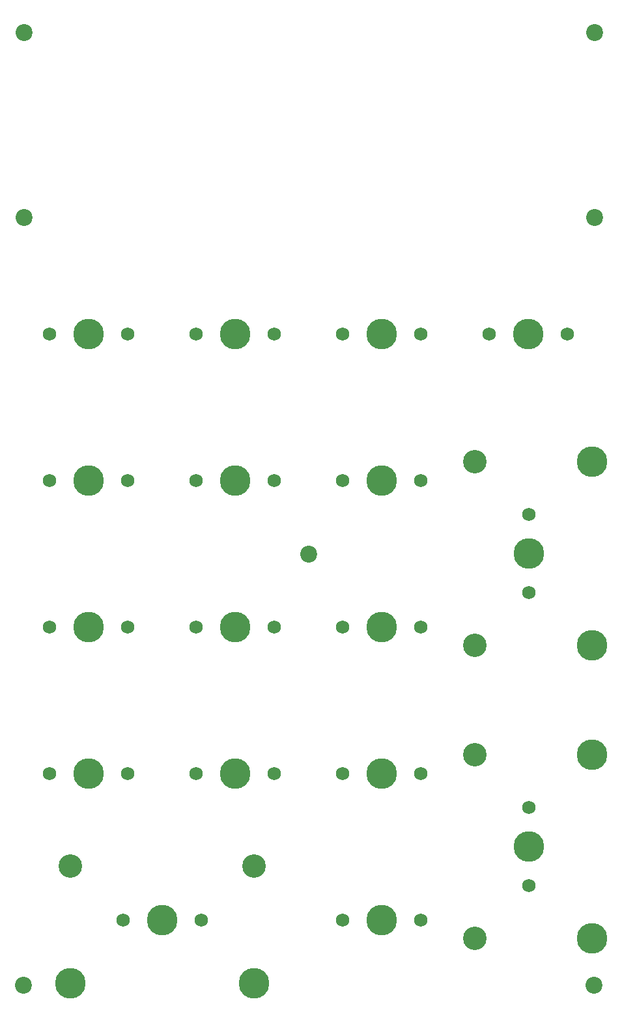
<source format=gbr>
%TF.GenerationSoftware,KiCad,Pcbnew,7.0.1*%
%TF.CreationDate,2023-10-11T20:02:25-04:00*%
%TF.ProjectId,keyboard,6b657962-6f61-4726-942e-6b696361645f,rev?*%
%TF.SameCoordinates,Original*%
%TF.FileFunction,NonPlated,1,2,NPTH,Drill*%
%TF.FilePolarity,Positive*%
%FSLAX46Y46*%
G04 Gerber Fmt 4.6, Leading zero omitted, Abs format (unit mm)*
G04 Created by KiCad (PCBNEW 7.0.1) date 2023-10-11 20:02:25*
%MOMM*%
%LPD*%
G01*
G04 APERTURE LIST*
%TA.AperFunction,ComponentDrill*%
%ADD10C,1.750000*%
%TD*%
%TA.AperFunction,ComponentDrill*%
%ADD11C,2.200000*%
%TD*%
%TA.AperFunction,ComponentDrill*%
%ADD12C,3.048000*%
%TD*%
%TA.AperFunction,ComponentDrill*%
%ADD13C,3.987800*%
%TD*%
G04 APERTURE END LIST*
D10*
%TO.C,K_0*%
X266430000Y-144180000D03*
%TO.C,K_4*%
X266430000Y-163230000D03*
%TO.C,K_8*%
X266430000Y-182280000D03*
%TO.C,K_11*%
X266430000Y-201330000D03*
%TO.C,K_15*%
X275955000Y-220380000D03*
%TO.C,K_0*%
X276590000Y-144180000D03*
%TO.C,K_4*%
X276590000Y-163230000D03*
%TO.C,K_8*%
X276590000Y-182280000D03*
%TO.C,K_11*%
X276590000Y-201330000D03*
%TO.C,K_1*%
X285480000Y-144180000D03*
%TO.C,K_5*%
X285480000Y-163230000D03*
%TO.C,K_9*%
X285480000Y-182280000D03*
%TO.C,K_12*%
X285480000Y-201330000D03*
%TO.C,K_15*%
X286115000Y-220380000D03*
%TO.C,K_1*%
X295640000Y-144180000D03*
%TO.C,K_5*%
X295640000Y-163230000D03*
%TO.C,K_9*%
X295640000Y-182280000D03*
%TO.C,K_12*%
X295640000Y-201330000D03*
%TO.C,K_2*%
X304530000Y-144180000D03*
%TO.C,K_6*%
X304530000Y-163230000D03*
%TO.C,K_10*%
X304530000Y-182280000D03*
%TO.C,K_13*%
X304530000Y-201330000D03*
%TO.C,K_16*%
X304530000Y-220380000D03*
%TO.C,K_2*%
X314690000Y-144180000D03*
%TO.C,K_6*%
X314690000Y-163230000D03*
%TO.C,K_10*%
X314690000Y-182280000D03*
%TO.C,K_13*%
X314690000Y-201330000D03*
%TO.C,K_16*%
X314690000Y-220380000D03*
%TO.C,K_3*%
X323580000Y-144180000D03*
%TO.C,K_7*%
X328685000Y-167658000D03*
X328685000Y-177818000D03*
%TO.C,K_14*%
X328685000Y-205758000D03*
X328685000Y-215918000D03*
%TO.C,K_3*%
X333740000Y-144180000D03*
D11*
%TO.C,REF\u002A\u002A*%
X263000000Y-228900000D03*
X263100000Y-105000000D03*
X263100000Y-129100000D03*
X300100000Y-172800000D03*
X337200000Y-228900000D03*
X337300000Y-105000000D03*
X337300000Y-129100000D03*
D12*
%TO.C,K_15*%
X269097000Y-213395000D03*
X292973000Y-213395000D03*
%TO.C,K_7*%
X321700000Y-160800000D03*
X321700000Y-184676000D03*
%TO.C,K_14*%
X321700000Y-198900000D03*
X321700000Y-222776000D03*
D13*
%TO.C,K_15*%
X269097000Y-228635000D03*
%TO.C,K_0*%
X271510000Y-144180000D03*
%TO.C,K_4*%
X271510000Y-163230000D03*
%TO.C,K_8*%
X271510000Y-182280000D03*
%TO.C,K_11*%
X271510000Y-201330000D03*
%TO.C,K_15*%
X281035000Y-220380000D03*
%TO.C,K_1*%
X290560000Y-144180000D03*
%TO.C,K_5*%
X290560000Y-163230000D03*
%TO.C,K_9*%
X290560000Y-182280000D03*
%TO.C,K_12*%
X290560000Y-201330000D03*
%TO.C,K_15*%
X292973000Y-228635000D03*
%TO.C,K_2*%
X309610000Y-144180000D03*
%TO.C,K_6*%
X309610000Y-163230000D03*
%TO.C,K_10*%
X309610000Y-182280000D03*
%TO.C,K_13*%
X309610000Y-201330000D03*
%TO.C,K_16*%
X309610000Y-220380000D03*
%TO.C,K_3*%
X328660000Y-144180000D03*
%TO.C,K_7*%
X328685000Y-172738000D03*
%TO.C,K_14*%
X328685000Y-210838000D03*
%TO.C,K_7*%
X336940000Y-160800000D03*
X336940000Y-184676000D03*
%TO.C,K_14*%
X336940000Y-198900000D03*
X336940000Y-222776000D03*
M02*

</source>
